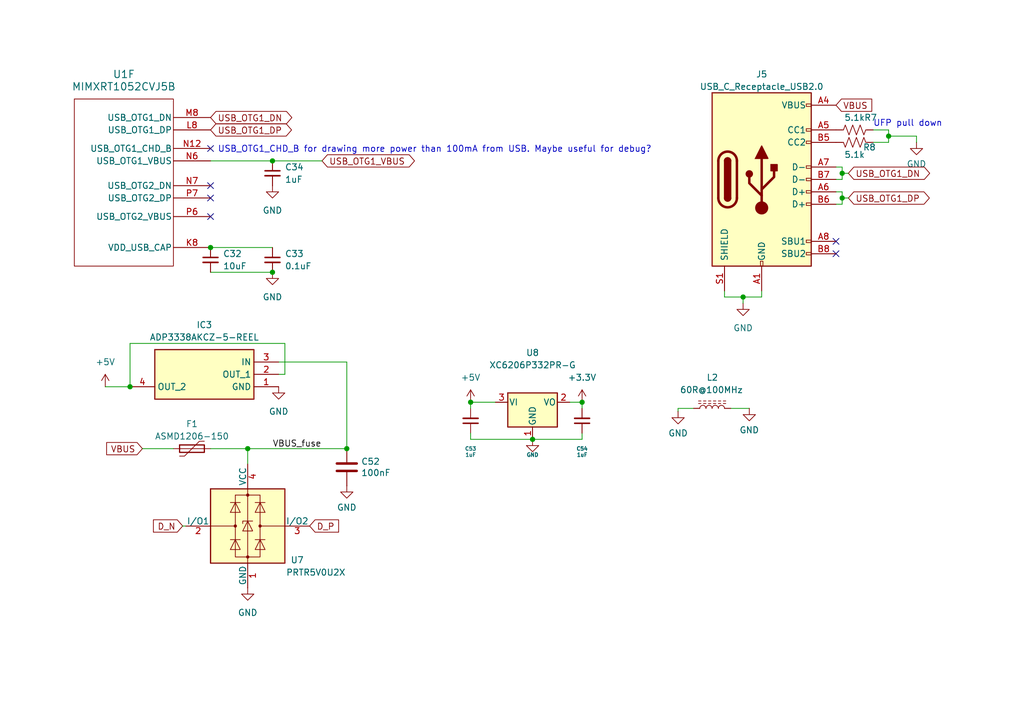
<source format=kicad_sch>
(kicad_sch (version 20231120) (generator "eeschema") (generator_version "8.0")
  (paper "A5")
  (title_block (title "RT1050 DevBoard for Project Horizon") (rev "v1") (company "Northeastern University") (comment 1 "Built by Madhav Kapa"))
  (lib_symbols
    (symbol "+5V_1" (power) (pin_numbers hide) (pin_names (offset 0) hide)
      (property "Value" "+5V" (at 0 3.556 0))
      (symbol "+5V_1_0_1"
        (polyline (pts (xy -0.762 1.27) (xy 0 2.54)))
        (polyline (pts (xy 0 0) (xy 0 2.54)))
        (polyline (pts (xy 0 2.54) (xy 0.762 1.27)))
      )
      (symbol "+5V_1_1_1"
        (pin power_in line (at 0 0 90) (length 0) (name "~") (number "1"))
      )
    )
    (symbol "Connector:USB_C_Receptacle_USB2.0" (pin_names (offset 1.016))
      (property "Reference" "J" (at -10.16 19.05 0))
      (property "Value" "USB_C_Receptacle_USB2.0" (at 19.05 19.05 0))
      (symbol "USB_C_Receptacle_USB2.0_0_0"
        (rectangle (start -0.254 -17.78) (end 0.254 -16.764))
        (rectangle (start 10.16 -14.986) (end 9.144 -15.494))
        (rectangle (start 10.16 -12.446) (end 9.144 -12.954))
        (rectangle (start 10.16 -4.826) (end 9.144 -5.334))
        (rectangle (start 10.16 -2.286) (end 9.144 -2.794))
        (rectangle (start 10.16 0.254) (end 9.144 -0.254))
        (rectangle (start 10.16 2.794) (end 9.144 2.286))
        (rectangle (start 10.16 7.874) (end 9.144 7.366))
        (rectangle (start 10.16 10.414) (end 9.144 9.906))
        (rectangle (start 10.16 15.494) (end 9.144 14.986))
      )
      (symbol "USB_C_Receptacle_USB2.0_0_1"
        (rectangle (start -10.16 17.78) (end 10.16 -17.78) (stroke (width 0.254)) (fill (type background)))
        (arc (start -8.89 -3.81) (mid -6.985 -5.7067) (end -5.08 -3.81) (stroke (width 0.508)))
        (arc (start -7.62 -3.81) (mid -6.985 -4.4423) (end -6.35 -3.81) (stroke (width 0.254)))
        (arc (start -7.62 -3.81) (mid -6.985 -4.4423) (end -6.35 -3.81) (stroke (width 0.254)) (fill (type outline)))
        (rectangle (start -7.62 -3.81) (end -6.35 3.81) (stroke (width 0.254)) (fill (type outline)))
        (arc (start -6.35 3.81) (mid -6.985 4.4423) (end -7.62 3.81) (stroke (width 0.254)))
        (arc (start -6.35 3.81) (mid -6.985 4.4423) (end -7.62 3.81) (stroke (width 0.254)) (fill (type outline)))
        (arc (start -5.08 3.81) (mid -6.985 5.7067) (end -8.89 3.81) (stroke (width 0.508)))
        (circle (center -2.54 1.143) (radius 0.635) (stroke (width 0.254)) (fill (type outline)))
        (circle (center 0 -5.842) (radius 1.27) (fill (type outline)))
        (polyline (pts (xy -8.89 -3.81) (xy -8.89 3.81)) (stroke (width 0.508)))
        (polyline (pts (xy -5.08 3.81) (xy -5.08 -3.81)) (stroke (width 0.508)))
        (polyline (pts (xy 0 -5.842) (xy 0 4.318)) (stroke (width 0.508)))
        (polyline (pts (xy 0 -3.302) (xy -2.54 -0.762) (xy -2.54 0.508)) (stroke (width 0.508)))
        (polyline (pts (xy 0 -2.032) (xy 2.54 0.508) (xy 2.54 1.778)) (stroke (width 0.508)))
        (polyline (pts (xy -1.27 4.318) (xy 0 6.858) (xy 1.27 4.318) (xy -1.27 4.318)) (stroke (width 0.254)) (fill (type outline)))
        (rectangle (start 1.905 1.778) (end 3.175 3.048) (stroke (width 0.254)) (fill (type outline)))
      )
      (symbol "USB_C_Receptacle_USB2.0_1_1"
        (pin passive line (at 0 -22.86 90) (length 5.08) (name "GND") (number "A1"))
        (pin passive line (at 0 -22.86 90) (length 5.08) hide (name "GND") (number "A12"))
        (pin passive line (at 15.24 15.24 180) (length 5.08) (name "VBUS") (number "A4"))
        (pin bidirectional line (at 15.24 10.16 180) (length 5.08) (name "CC1") (number "A5"))
        (pin bidirectional line (at 15.24 -2.54 180) (length 5.08) (name "D+") (number "A6"))
        (pin bidirectional line (at 15.24 2.54 180) (length 5.08) (name "D-") (number "A7"))
        (pin bidirectional line (at 15.24 -12.7 180) (length 5.08) (name "SBU1") (number "A8"))
        (pin passive line (at 15.24 15.24 180) (length 5.08) hide (name "VBUS") (number "A9"))
        (pin passive line (at 0 -22.86 90) (length 5.08) hide (name "GND") (number "B1"))
        (pin passive line (at 0 -22.86 90) (length 5.08) hide (name "GND") (number "B12"))
        (pin passive line (at 15.24 15.24 180) (length 5.08) hide (name "VBUS") (number "B4"))
        (pin bidirectional line (at 15.24 7.62 180) (length 5.08) (name "CC2") (number "B5"))
        (pin bidirectional line (at 15.24 -5.08 180) (length 5.08) (name "D+") (number "B6"))
        (pin bidirectional line (at 15.24 0 180) (length 5.08) (name "D-") (number "B7"))
        (pin bidirectional line (at 15.24 -15.24 180) (length 5.08) (name "SBU2") (number "B8"))
        (pin passive line (at 15.24 15.24 180) (length 5.08) hide (name "VBUS") (number "B9"))
        (pin passive line (at -7.62 -22.86 90) (length 5.08) (name "SHIELD") (number "S1"))
      )
    )
    (symbol "Device:C" (pin_numbers hide) (pin_names (offset 0.254))
      (property "Reference" "C" (at 0.635 2.54 0))
      (property "Value" "C" (at 0.635 -2.54 0))
      (symbol "C_0_1"
        (polyline (pts (xy -2.032 -0.762) (xy 2.032 -0.762)) (stroke (width 0.508)))
        (polyline (pts (xy -2.032 0.762) (xy 2.032 0.762)) (stroke (width 0.508)))
      )
      (symbol "C_1_1"
        (pin passive line (at 0 3.81 270) (length 2.794) (name "~") (number "1"))
        (pin passive line (at 0 -3.81 90) (length 2.794) (name "~") (number "2"))
      )
    )
    (symbol "Device:C_Small" (pin_numbers hide) (pin_names (offset 0.254) hide)
      (property "Reference" "C" (at 0.254 1.778 0))
      (property "Value" "C_Small" (at 0.254 -2.032 0))
      (symbol "C_Small_0_1"
        (polyline (pts (xy -1.524 -0.508) (xy 1.524 -0.508)) (stroke (width 0.3302)))
        (polyline (pts (xy -1.524 0.508) (xy 1.524 0.508)) (stroke (width 0.3048)))
      )
      (symbol "C_Small_1_1"
        (pin passive line (at 0 2.54 270) (length 2.032) (name "~") (number "1"))
        (pin passive line (at 0 -2.54 90) (length 2.032) (name "~") (number "2"))
      )
    )
    (symbol "Device:Polyfuse" (pin_numbers hide) (pin_names (offset 0))
      (property "Reference" "F" (at -2.54 0 90))
      (property "Value" "Polyfuse" (at 2.54 0 90))
      (symbol "Polyfuse_0_1"
        (rectangle (start -0.762 2.54) (end 0.762 -2.54) (stroke (width 0.254)))
        (polyline (pts (xy 0 2.54) (xy 0 -2.54)))
        (polyline (pts (xy -1.524 2.54) (xy -1.524 1.524) (xy 1.524 -1.524) (xy 1.524 -2.54)))
      )
      (symbol "Polyfuse_1_1"
        (pin passive line (at 0 3.81 270) (length 1.27) (name "~") (number "1"))
        (pin passive line (at 0 -3.81 90) (length 1.27) (name "~") (number "2"))
      )
    )
    (symbol "Device:R_US" (pin_numbers hide) (pin_names (offset 0))
      (property "Reference" "R" (at 2.54 0 90))
      (property "Value" "R_US" (at -2.54 0 90))
      (symbol "R_US_0_1"
        (polyline (pts (xy 0 -2.286) (xy 0 -2.54)))
        (polyline (pts (xy 0 2.286) (xy 0 2.54)))
        (polyline (pts (xy 0 -0.762) (xy 1.016 -1.143) (xy 0 -1.524) (xy -1.016 -1.905) (xy 0 -2.286)))
        (polyline (pts (xy 0 0.762) (xy 1.016 0.381) (xy 0 0) (xy -1.016 -0.381) (xy 0 -0.762)))
        (polyline (pts (xy 0 2.286) (xy 1.016 1.905) (xy 0 1.524) (xy -1.016 1.143) (xy 0 0.762)))
      )
      (symbol "R_US_1_1"
        (pin passive line (at 0 3.81 270) (length 1.27) (name "~") (number "1"))
        (pin passive line (at 0 -3.81 90) (length 1.27) (name "~") (number "2"))
      )
    )
    (symbol "MIMXRT1052CVJ5B:MIMXRT1052CVJ5B" (pin_names (offset 0.254))
      (property "Reference" "U" (at 38.1 10.16 0))
      (property "Value" "MIMXRT1052CVJ5B" (at 38.1 7.62 0))
      (symbol "MIMXRT1052CVJ5B_1_1"
        (rectangle (start 0 0) (end 21.59 -91.44))
        (pin bidirectional line (at 29.21 -33.02 180) (length 7.62) (name "GPIO_B0_11") (number "A10"))
        (pin bidirectional line (at 29.21 -49.53 180) (length 7.62) (name "GPIO_B1_00") (number "A11"))
        (pin bidirectional line (at 29.21 -69.85 180) (length 7.62) (name "GPIO_B1_08") (number "A12"))
        (pin bidirectional line (at 29.21 -72.39 180) (length 7.62) (name "GPIO_B1_09") (number "A13"))
        (pin bidirectional line (at 29.21 -20.32 180) (length 7.62) (name "GPIO_B0_06") (number "A8"))
        (pin bidirectional line (at 29.21 -22.86 180) (length 7.62) (name "GPIO_B0_07") (number "A9"))
        (pin bidirectional line (at 29.21 -52.07 180) (length 7.62) (name "GPIO_B1_01") (number "B11"))
        (pin bidirectional line (at 29.21 -67.31 180) (length 7.62) (name "GPIO_B1_07") (number "B12"))
        (pin bidirectional line (at 29.21 -74.93 180) (length 7.62) (name "GPIO_B1_10") (number "B13"))
        (pin bidirectional line (at 29.21 -87.63 180) (length 7.62) (name "GPIO_B1_15") (number "B14"))
        (pin bidirectional line (at 29.21 -17.78 180) (length 7.62) (name "GPIO_B0_05") (number "B8"))
        (pin bidirectional line (at 29.21 -25.4 180) (length 7.62) (name "GPIO_B0_08") (number "B9"))
        (pin bidirectional line (at 29.21 -35.56 180) (length 7.62) (name "GPIO_B0_12") (number "C10"))
        (pin bidirectional line (at 29.21 -54.61 180) (length 7.62) (name "GPIO_B1_02") (number "C11"))
        (pin bidirectional line (at 29.21 -64.77 180) (length 7.62) (name "GPIO_B1_06") (number "C12"))
        (pin bidirectional line (at 29.21 -77.47 180) (length 7.62) (name "GPIO_B1_11") (number "C13"))
        (pin bidirectional line (at 29.21 -85.09 180) (length 7.62) (name "GPIO_B1_14") (number "C14"))
        (pin bidirectional line (at 29.21 -15.24 180) (length 7.62) (name "GPIO_B0_04") (number "C8"))
        (pin bidirectional line (at 29.21 -27.94 180) (length 7.62) (name "GPIO_B0_09") (number "C9"))
        (pin bidirectional line (at 29.21 -38.1 180) (length 7.62) (name "GPIO_B0_13") (number "D10"))
        (pin bidirectional line (at 29.21 -57.15 180) (length 7.62) (name "GPIO_B1_03") (number "D11"))
        (pin bidirectional line (at 29.21 -62.23 180) (length 7.62) (name "GPIO_B1_05") (number "D12"))
        (pin bidirectional line (at 29.21 -80.01 180) (length 7.62) (name "GPIO_B1_12") (number "D13"))
        (pin bidirectional line (at 29.21 -82.55 180) (length 7.62) (name "GPIO_B1_13") (number "D14"))
        (pin bidirectional line (at 29.21 -5.08 180) (length 7.62) (name "GPIO_B0_00") (number "D7"))
        (pin bidirectional line (at 29.21 -12.7 180) (length 7.62) (name "GPIO_B0_03") (number "D8"))
        (pin bidirectional line (at 29.21 -30.48 180) (length 7.62) (name "GPIO_B0_10") (number "D9"))
        (pin bidirectional line (at 29.21 -40.64 180) (length 7.62) (name "GPIO_B0_14") (number "E10"))
        (pin bidirectional line (at 29.21 -43.18 180) (length 7.62) (name "GPIO_B0_15") (number "E11"))
        (pin bidirectional line (at 29.21 -59.69 180) (length 7.62) (name "GPIO_B1_04") (number "E12"))
        (pin bidirectional line (at 29.21 -7.62 180) (length 7.62) (name "GPIO_B0_01") (number "E7"))
        (pin bidirectional line (at 29.21 -10.16 180) (length 7.62) (name "GPIO_B0_02") (number "E8"))
      )
      (symbol "MIMXRT1052CVJ5B_2_1"
        (rectangle (start 0 -62.23) (end 36.83 0))
        (pin bidirectional line (at 44.45 -16.51 180) (length 7.62) (name "GPIO_SD_B0_04") (number "H2"))
        (pin bidirectional line (at 44.45 -11.43 180) (length 7.62) (name "GPIO_SD_B0_02") (number "J1"))
        (pin bidirectional line (at 44.45 -19.05 180) (length 7.62) (name "GPIO_SD_B0_05") (number "J2"))
        (pin bidirectional line (at 44.45 -8.89 180) (length 7.62) (name "GPIO_SD_B0_01") (number "J3"))
        (pin bidirectional line (at 44.45 -6.35 180) (length 7.62) (name "GPIO_SD_B0_00") (number "J4"))
        (pin power_in line (at -7.62 -6.35 0) (length 7.62) (name "NVCC_SD0") (number "J6"))
        (pin bidirectional line (at 44.45 -13.97 180) (length 7.62) (name "GPIO_SD_B0_03") (number "K1"))
        (pin power_in line (at -7.62 -27.94 0) (length 7.62) (name "NVCC_SD1") (number "K5"))
        (pin bidirectional line (at 44.45 -43.18 180) (length 7.62) (name "GPIO_SD_B1_06") (number "L3"))
        (pin bidirectional line (at 44.45 -45.72 180) (length 7.62) (name "GPIO_SD_B1_07") (number "L4"))
        (pin bidirectional line (at 44.45 -27.94 180) (length 7.62) (name "GPIO_SD_B1_00") (number "L5"))
        (pin bidirectional line (at 44.45 -33.02 180) (length 7.62) (name "GPIO_SD_B1_02") (number "M3"))
        (pin bidirectional line (at 44.45 -35.56 180) (length 7.62) (name "GPIO_SD_B1_03") (number "M4"))
        (pin bidirectional line (at 44.45 -30.48 180) (length 7.62) (name "GPIO_SD_B1_01") (number "M5"))
        (pin bidirectional line (at 44.45 -40.64 180) (length 7.62) (name "GPIO_SD_B1_05") (number "N3"))
        (pin bidirectional line (at 44.45 -50.8 180) (length 7.62) (name "GPIO_SD_B1_09") (number "N4"))
        (pin bidirectional line (at 44.45 -38.1 180) (length 7.62) (name "GPIO_SD_B1_04") (number "P2"))
        (pin bidirectional line (at 44.45 -48.26 180) (length 7.62) (name "GPIO_SD_B1_08") (number "P3"))
        (pin bidirectional line (at 44.45 -53.34 180) (length 7.62) (name "GPIO_SD_B1_10") (number "P4"))
        (pin bidirectional line (at 44.45 -55.88 180) (length 7.62) (name "GPIO_SD_B1_11") (number "P5"))
      )
      (symbol "MIMXRT1052CVJ5B_3_1"
        (rectangle (start 0 -50.8) (end 25.4 0))
        (pin power_in line (at 33.02 -48.26 180) (length 7.62) (name "VSS") (number "A1"))
        (pin power_in line (at 33.02 -40.64 180) (length 7.62) (name "VSS") (number "A14"))
        (pin power_in line (at 33.02 -43.18 180) (length 7.62) (name "VSS") (number "B10"))
        (pin power_in line (at 33.02 -2.54 180) (length 7.62) (name "VSS") (number "B5"))
        (pin power_in line (at 33.02 -12.7 180) (length 7.62) (name "VSS") (number "E13"))
        (pin power_in line (at 33.02 -25.4 180) (length 7.62) (name "VSS") (number "E2"))
        (pin power_in line (at 33.02 -7.62 180) (length 7.62) (name "VSS") (number "G7"))
        (pin power_in line (at 33.02 -10.16 180) (length 7.62) (name "VSS") (number "G8"))
        (pin power_in line (at 33.02 -15.24 180) (length 7.62) (name "VSS") (number "H7"))
        (pin power_in line (at 33.02 -17.78 180) (length 7.62) (name "VSS") (number "H8"))
        (pin power_in line (at 33.02 -20.32 180) (length 7.62) (name "VSS") (number "J7"))
        (pin power_in line (at 33.02 -22.86 180) (length 7.62) (name "VSS") (number "J8"))
        (pin power_in line (at 33.02 -35.56 180) (length 7.62) (name "VSS") (number "K13"))
        (pin power_in line (at 33.02 -27.94 180) (length 7.62) (name "VSS") (number "K2"))
        (pin power_in line (at -7.62 -2.54 0) (length 7.62) (name "NGND_KEL0") (number "K9"))
        (pin power_in line (at 33.02 -5.08 180) (length 7.62) (name "VSS") (number "L9"))
        (pin power_in line (at 33.02 -30.48 180) (length 7.62) (name "VSS") (number "N5"))
        (pin power_in line (at 33.02 -33.02 180) (length 7.62) (name "VSS") (number "N8"))
        (pin power_in line (at 33.02 -38.1 180) (length 7.62) (name "VSS") (number "P1"))
        (pin power_in line (at 33.02 -45.72 180) (length 7.62) (name "VSS") (number "P14"))
      )
      (symbol "MIMXRT1052CVJ5B_4_1"
        (rectangle (start 0 0) (end 25.4 -44.45))
        (pin unspecified line (at 33.02 -33.02 180) (length 7.62) (name "DCDC_SENSE") (number "J5"))
        (pin unspecified line (at 33.02 -35.56 180) (length 7.62) (name "DCDC_PSWITCH") (number "K3"))
        (pin input line (at 33.02 -29.21 180) (length 7.62) (name "DCDC_IN_Q") (number "K4"))
        (pin bidirectional line (at -7.62 -12.7 0) (length 7.62) (name "TEST_MODE") (number "K6"))
        (pin bidirectional line (at -7.62 -17.78 0) (length 7.62) (name "PMIC_ON_REQ") (number "K7"))
        (pin input line (at 33.02 -26.67 180) (length 7.62) (name "DCDC_IN") (number "L1"))
        (pin input line (at 33.02 -24.13 180) (length 7.62) (name "DCDC_IN") (number "L2"))
        (pin bidirectional line (at 33.02 -40.64 180) (length 7.62) (name "WAKEUP") (number "L6"))
        (pin bidirectional line (at -7.62 -20.32 0) (length 7.62) (name "PMIC_STBY_REQ") (number "L7"))
        (pin unspecified line (at 33.02 -21.59 180) (length 7.62) (name "DCDC_LP") (number "M1"))
        (pin unspecified line (at 33.02 -19.05 180) (length 7.62) (name "DCDC_LP") (number "M2"))
        (pin bidirectional line (at -7.62 -5.08 0) (length 7.62) (name "ONOFF") (number "M6"))
        (pin input line (at -7.62 -7.62 0) (length 7.62) (name "POR_B") (number "M7"))
        (pin power_in line (at -7.62 -38.1 0) (length 7.62) (name "DCDC_GND") (number "N1"))
        (pin bidirectional line (at -7.62 -34.29 0) (length 7.62) (name "GPANAIO") (number "N10"))
        (pin output line (at 33.02 -15.24 180) (length 7.62) (name "XTALO") (number "N11"))
        (pin bidirectional line (at 33.02 -7.62 180) (length 7.62) (name "CCM_CLK1_P") (number "N13"))
        (pin power_in line (at -7.62 -40.64 0) (length 7.62) (name "DCDC_GND") (number "N2"))
        (pin input line (at -7.62 -25.4 0) (length 7.62) (name "RTC_XTALI") (number "N9"))
        (pin input line (at 33.02 -12.7 180) (length 7.62) (name "XTALI") (number "P11"))
        (pin bidirectional line (at 33.02 -5.08 180) (length 7.62) (name "CCM_CLK1_N") (number "P13"))
        (pin output line (at -7.62 -27.94 0) (length 7.62) (name "RTC_XTALO") (number "P9"))
      )
      (symbol "MIMXRT1052CVJ5B_5_1"
        (rectangle (start 0 0) (end 31.75 -57.785))
        (pin power_in line (at 39.37 -26.67 180) (length 7.62) (name "VDD_SOC_IN") (number "F6"))
        (pin power_in line (at 39.37 -24.13 180) (length 7.62) (name "VDD_SOC_IN") (number "F7"))
        (pin power_in line (at 39.37 -21.59 180) (length 7.62) (name "VDD_SOC_IN") (number "F8"))
        (pin power_in line (at 39.37 -19.05 180) (length 7.62) (name "VDD_SOC_IN") (number "F9"))
        (pin power_in line (at 39.37 -16.51 180) (length 7.62) (name "VDD_SOC_IN") (number "G6"))
        (pin power_in line (at 39.37 -13.97 180) (length 7.62) (name "VDD_SOC_IN") (number "G9"))
        (pin power_in line (at 39.37 -11.43 180) (length 7.62) (name "VDD_SOC_IN") (number "H6"))
        (pin power_in line (at 39.37 -8.89 180) (length 7.62) (name "VDD_SOC_IN") (number "H9"))
        (pin power_in line (at 39.37 -6.35 180) (length 7.62) (name "VDD_SOC_IN") (number "J9"))
        (pin power_in line (at -7.62 -26.67 0) (length 7.62) (name "VDD_SNVS_CAP") (number "M10"))
        (pin power_in line (at -7.62 -45.72 0) (length 7.62) (name "VDD_SNVS_IN") (number "M9"))
        (pin power_in line (at -7.62 -15.24 0) (length 7.62) (name "VDDA_ADC_3P3") (number "N14"))
        (pin power_in line (at -7.62 -54.61 0) (length 7.62) (name "NVCC_PLL") (number "P10"))
        (pin power_in line (at -7.62 -36.83 0) (length 7.62) (name "VDD_HIGH_IN") (number "P12"))
        (pin power_in line (at -7.62 -3.81 0) (length 7.62) (name "VDD_HIGH_CAP") (number "P8"))
      )
      (symbol "MIMXRT1052CVJ5B_6_1"
        (rectangle (start 0 -34.29) (end 20.32 0))
        (pin power_in line (at 27.94 -30.48 180) (length 7.62) (name "VDD_USB_CAP") (number "K8"))
        (pin bidirectional line (at 27.94 -6.35 180) (length 7.62) (name "USB_OTG1_DP") (number "L8"))
        (pin bidirectional line (at 27.94 -3.81 180) (length 7.62) (name "USB_OTG1_DN") (number "M8"))
        (pin bidirectional line (at 27.94 -10.16 180) (length 7.62) (name "USB_OTG1_CHD_B") (number "N12"))
        (pin bidirectional line (at 27.94 -12.7 180) (length 7.62) (name "USB_OTG1_VBUS") (number "N6"))
        (pin bidirectional line (at 27.94 -17.78 180) (length 7.62) (name "USB_OTG2_DN") (number "N7"))
        (pin bidirectional line (at 27.94 -24.13 180) (length 7.62) (name "USB_OTG2_VBUS") (number "P6"))
        (pin bidirectional line (at 27.94 -20.32 180) (length 7.62) (name "USB_OTG2_DP") (number "P7"))
      )
      (symbol "MIMXRT1052CVJ5B_7_1"
        (rectangle (start 0 0) (end 38.1 -92.71))
        (pin bidirectional line (at -7.62 -19.05 0) (length 7.62) (name "GPIO_AD_B0_06") (number "E14"))
        (pin power_in line (at 45.72 -8.89 180) (length 7.62) (name "NVCC_GPIO") (number "E9"))
        (pin power_in line (at 45.72 -6.35 180) (length 7.62) (name "NVCC_GPIO") (number "F10"))
        (pin bidirectional line (at -7.62 -13.97 0) (length 7.62) (name "GPIO_AD_B0_04") (number "F11"))
        (pin bidirectional line (at -7.62 -21.59 0) (length 7.62) (name "GPIO_AD_B0_07") (number "F12"))
        (pin bidirectional line (at -7.62 -24.13 0) (length 7.62) (name "GPIO_AD_B0_08") (number "F13"))
        (pin bidirectional line (at -7.62 -26.67 0) (length 7.62) (name "GPIO_AD_B0_09") (number "F14"))
        (pin bidirectional line (at -7.62 -31.75 0) (length 7.62) (name "GPIO_AD_B0_11") (number "G10"))
        (pin bidirectional line (at -7.62 -11.43 0) (length 7.62) (name "GPIO_AD_B0_03") (number "G11"))
        (pin bidirectional line (at -7.62 -86.36 0) (length 7.62) (name "GPIO_AD_B1_14") (number "G12"))
        (pin bidirectional line (at -7.62 -29.21 0) (length 7.62) (name "GPIO_AD_B0_10") (number "G13"))
        (pin bidirectional line (at -7.62 -16.51 0) (length 7.62) (name "GPIO_AD_B0_05") (number "G14"))
        (pin bidirectional line (at -7.62 -6.35 0) (length 7.62) (name "GPIO_AD_B0_01") (number "H10"))
        (pin bidirectional line (at -7.62 -83.82 0) (length 7.62) (name "GPIO_AD_B1_13") (number "H11"))
        (pin bidirectional line (at -7.62 -81.28 0) (length 7.62) (name "GPIO_AD_B1_12") (number "H12"))
        (pin bidirectional line (at -7.62 -71.12 0) (length 7.62) (name "GPIO_AD_B1_08") (number "H13"))
        (pin bidirectional line (at -7.62 -39.37 0) (length 7.62) (name "GPIO_AD_B0_14") (number "H14"))
        (pin power_in line (at 45.72 -3.81 180) (length 7.62) (name "NVCC_GPIO") (number "J10"))
        (pin bidirectional line (at -7.62 -50.8 0) (length 7.62) (name "GPIO_AD_B1_00") (number "J11"))
        (pin bidirectional line (at -7.62 -66.04 0) (length 7.62) (name "GPIO_AD_B1_06") (number "J12"))
        (pin bidirectional line (at -7.62 -78.74 0) (length 7.62) (name "GPIO_AD_B1_11") (number "J13"))
        (pin bidirectional line (at -7.62 -88.9 0) (length 7.62) (name "GPIO_AD_B1_15") (number "J14"))
        (pin bidirectional line (at -7.62 -68.58 0) (length 7.62) (name "GPIO_AD_B1_07") (number "K10"))
        (pin bidirectional line (at -7.62 -53.34 0) (length 7.62) (name "GPIO_AD_B1_01") (number "K11"))
        (pin bidirectional line (at -7.62 -63.5 0) (length 7.62) (name "GPIO_AD_B1_05") (number "K12"))
        (pin bidirectional line (at -7.62 -34.29 0) (length 7.62) (name "GPIO_AD_B0_12") (number "K14"))
        (pin bidirectional line (at -7.62 -41.91 0) (length 7.62) (name "GPIO_AD_B0_15") (number "L10"))
        (pin bidirectional line (at -7.62 -55.88 0) (length 7.62) (name "GPIO_AD_B1_02") (number "L11"))
        (pin bidirectional line (at -7.62 -60.96 0) (length 7.62) (name "GPIO_AD_B1_04") (number "L12"))
        (pin bidirectional line (at -7.62 -76.2 0) (length 7.62) (name "GPIO_AD_B1_10") (number "L13"))
        (pin bidirectional line (at -7.62 -36.83 0) (length 7.62) (name "GPIO_AD_B0_13") (number "L14"))
        (pin bidirectional line (at -7.62 -8.89 0) (length 7.62) (name "GPIO_AD_B0_02") (number "M11"))
        (pin bidirectional line (at -7.62 -58.42 0) (length 7.62) (name "GPIO_AD_B1_03") (number "M12"))
        (pin bidirectional line (at -7.62 -73.66 0) (length 7.62) (name "GPIO_AD_B1_09") (number "M13"))
        (pin bidirectional line (at -7.62 -3.81 0) (length 7.62) (name "GPIO_AD_B0_00") (number "M14"))
      )
      (symbol "MIMXRT1052CVJ5B_8_1"
        (rectangle (start 0 0) (end 24.13 -111.76))
        (pin bidirectional line (at 31.75 -72.39 180) (length 7.62) (name "GPIO_EMC_27") (number "A2"))
        (pin bidirectional line (at 31.75 -54.61 180) (length 7.62) (name "GPIO_EMC_20") (number "A3"))
        (pin bidirectional line (at 31.75 -46.99 180) (length 7.62) (name "GPIO_EMC_17") (number "A4"))
        (pin bidirectional line (at 31.75 -44.45 180) (length 7.62) (name "GPIO_EMC_16") (number "A5"))
        (pin bidirectional line (at 31.75 -36.83 180) (length 7.62) (name "GPIO_EMC_13") (number "A6"))
        (pin bidirectional line (at 31.75 -105.41 180) (length 7.62) (name "GPIO_EMC_40") (number "A7"))
        (pin bidirectional line (at 31.75 -41.91 180) (length 7.62) (name "GPIO_EMC_15") (number "B1"))
        (pin bidirectional line (at 31.75 -49.53 180) (length 7.62) (name "GPIO_EMC_18") (number "B2"))
        (pin bidirectional line (at 31.75 -69.85 180) (length 7.62) (name "GPIO_EMC_26") (number "B3"))
        (pin bidirectional line (at 31.75 -52.07 180) (length 7.62) (name "GPIO_EMC_19") (number "B4"))
        (pin bidirectional line (at 31.75 -39.37 180) (length 7.62) (name "GPIO_EMC_14") (number "B6"))
        (pin bidirectional line (at 31.75 -102.87 180) (length 7.62) (name "GPIO_EMC_39") (number "B7"))
        (pin bidirectional line (at 31.75 -57.15 180) (length 7.62) (name "GPIO_EMC_21") (number "C1"))
        (pin bidirectional line (at 31.75 -26.67 180) (length 7.62) (name "GPIO_EMC_09") (number "C2"))
        (pin bidirectional line (at 31.75 -95.25 180) (length 7.62) (name "GPIO_EMC_36") (number "C3"))
        (pin bidirectional line (at 31.75 -87.63 180) (length 7.62) (name "GPIO_EMC_33") (number "C4"))
        (pin bidirectional line (at 31.75 -82.55 180) (length 7.62) (name "GPIO_EMC_31") (number "C5"))
        (pin bidirectional line (at 31.75 -80.01 180) (length 7.62) (name "GPIO_EMC_30") (number "C6"))
        (pin bidirectional line (at 31.75 -107.95 180) (length 7.62) (name "GPIO_EMC_41") (number "C7"))
        (pin bidirectional line (at 31.75 -74.93 180) (length 7.62) (name "GPIO_EMC_28") (number "D1"))
        (pin bidirectional line (at 31.75 -67.31 180) (length 7.62) (name "GPIO_EMC_25") (number "D2"))
        (pin bidirectional line (at 31.75 -64.77 180) (length 7.62) (name "GPIO_EMC_24") (number "D3"))
        (pin bidirectional line (at 31.75 -90.17 180) (length 7.62) (name "GPIO_EMC_34") (number "D4"))
        (pin bidirectional line (at 31.75 -85.09 180) (length 7.62) (name "GPIO_EMC_32") (number "D5"))
        (pin bidirectional line (at 31.75 -100.33 180) (length 7.62) (name "GPIO_EMC_38") (number "D6"))
        (pin bidirectional line (at 31.75 -77.47 180) (length 7.62) (name "GPIO_EMC_29") (number "E1"))
        (pin bidirectional line (at 31.75 -3.81 180) (length 7.62) (name "GPIO_EMC_00") (number "E3"))
        (pin bidirectional line (at 31.75 -97.79 180) (length 7.62) (name "GPIO_EMC_37") (number "E4"))
        (pin bidirectional line (at 31.75 -92.71 180) (length 7.62) (name "GPIO_EMC_35") (number "E5"))
        (pin power_in line (at -7.62 -3.81 0) (length 7.62) (name "NVCC_EMC") (number "E6"))
        (pin bidirectional line (at 31.75 -59.69 180) (length 7.62) (name "GPIO_EMC_22") (number "F1"))
        (pin bidirectional line (at 31.75 -13.97 180) (length 7.62) (name "GPIO_EMC_04") (number "F2"))
        (pin bidirectional line (at 31.75 -6.35 180) (length 7.62) (name "GPIO_EMC_01") (number "F3"))
        (pin bidirectional line (at 31.75 -8.89 180) (length 7.62) (name "GPIO_EMC_02") (number "F4"))
        (pin power_in line (at -7.62 -6.35 0) (length 7.62) (name "NVCC_EMC") (number "F5"))
        (pin bidirectional line (at 31.75 -29.21 180) (length 7.62) (name "GPIO_EMC_10") (number "G1"))
        (pin bidirectional line (at 31.75 -62.23 180) (length 7.62) (name "GPIO_EMC_23") (number "G2"))
        (pin bidirectional line (at 31.75 -31.75 180) (length 7.62) (name "GPIO_EMC_11") (number "G3"))
        (pin bidirectional line (at 31.75 -11.43 180) (length 7.62) (name "GPIO_EMC_03") (number "G4"))
        (pin bidirectional line (at 31.75 -16.51 180) (length 7.62) (name "GPIO_EMC_05") (number "G5"))
        (pin bidirectional line (at 31.75 -34.29 180) (length 7.62) (name "GPIO_EMC_12") (number "H1"))
        (pin bidirectional line (at 31.75 -24.13 180) (length 7.62) (name "GPIO_EMC_08") (number "H3"))
        (pin bidirectional line (at 31.75 -21.59 180) (length 7.62) (name "GPIO_EMC_07") (number "H4"))
        (pin bidirectional line (at 31.75 -19.05 180) (length 7.62) (name "GPIO_EMC_06") (number "H5"))
      )
    )
    (symbol "Power_Protection:PRTR5V0U2X" (pin_names (offset 0))
      (property "Reference" "D" (at 2.794 8.636 0))
      (property "Value" "PRTR5V0U2X" (at 8.128 -9.398 0))
      (symbol "PRTR5V0U2X_0_1"
        (rectangle (start -7.62 -7.62) (end 7.62 7.62) (stroke (width 0.254)) (fill (type background)))
        (circle (center -2.54 0) (radius 0.254) (fill (type outline)))
        (rectangle (start -2.54 6.35) (end 2.54 -6.35))
        (circle (center 0 -6.35) (radius 0.254) (fill (type outline)))
        (polyline (pts (xy -2.54 0) (xy -7.62 0)))
        (polyline (pts (xy -1.524 -2.794) (xy -3.556 -2.794)))
        (polyline (pts (xy -1.524 4.826) (xy -3.556 4.826)))
        (polyline (pts (xy 0 -7.62) (xy 0 7.62)))
        (polyline (pts (xy 1.524 -2.794) (xy 3.556 -2.794)))
        (polyline (pts (xy 1.524 4.826) (xy 3.556 4.826)))
        (polyline (pts (xy 2.54 0) (xy 7.62 0)))
        (polyline (pts (xy 1.016 1.016) (xy -1.016 1.016) (xy -1.016 0.508)))
        (polyline (pts (xy -3.556 -4.826) (xy -1.524 -4.826) (xy -2.54 -2.794) (xy -3.556 -4.826)))
        (polyline (pts (xy -3.556 2.794) (xy -1.524 2.794) (xy -2.54 4.826) (xy -3.556 2.794)))
        (polyline (pts (xy -1.016 -1.016) (xy 1.016 -1.016) (xy 0 1.016) (xy -1.016 -1.016)))
        (polyline (pts (xy 3.556 -4.826) (xy 1.524 -4.826) (xy 2.54 -2.794) (xy 3.556 -4.826)))
        (polyline (pts (xy 3.556 2.794) (xy 1.524 2.794) (xy 2.54 4.826) (xy 3.556 2.794)))
        (circle (center 0 6.35) (radius 0.254) (fill (type outline)))
        (circle (center 2.54 0) (radius 0.254) (fill (type outline)))
      )
      (symbol "PRTR5V0U2X_1_1"
        (pin passive line (at 0 -12.7 90) (length 5.08) (name "GND") (number "1"))
        (pin passive line (at -12.7 0 0) (length 5.08) (name "I/O1") (number "2"))
        (pin passive line (at 12.7 0 180) (length 5.08) (name "I/O2") (number "3"))
        (pin passive line (at 0 12.7 270) (length 5.08) (name "VCC") (number "4"))
      )
    )
    (symbol "SamacSys_Parts:ADP3338AKCZ-5-REEL"
      (property "Reference" "IC" (at 26.67 7.62 0))
      (property "Value" "ADP3338AKCZ-5-REEL" (at 26.67 5.08 0))
      (symbol "ADP3338AKCZ-5-REEL_1_1"
        (rectangle (start 5.08 2.54) (end 25.4 -7.62) (stroke (width 0.254)) (fill (type background)))
        (pin passive line (at 0 0 0) (length 5.08) (name "GND") (number "1"))
        (pin passive line (at 0 -2.54 0) (length 5.08) (name "OUT_1") (number "2"))
        (pin passive line (at 0 -5.08 0) (length 5.08) (name "IN") (number "3"))
        (pin passive line (at 30.48 0 180) (length 5.08) (name "OUT_2") (number "4"))
      )
    )
    (symbol "Unified-Daughterboard-rescue:L_Core_Ferrite-Device" (pin_numbers hide) (pin_names (offset 1.016) hide)
      (property "Reference" "L" (at -1.27 0 90))
      (property "Value" "Device_L_Core_Ferrite" (at 2.794 0 90))
      (symbol "L_Core_Ferrite-Device_0_1"
        (arc (start 0 -2.54) (mid 0.6323 -1.905) (end 0 -1.27))
        (arc (start 0 -1.27) (mid 0.6323 -0.635) (end 0 0))
        (polyline (pts (xy 1.016 -2.794) (xy 1.016 -2.286)))
        (polyline (pts (xy 1.016 -1.778) (xy 1.016 -1.27)))
        (polyline (pts (xy 1.016 -0.762) (xy 1.016 -0.254)))
        (polyline (pts (xy 1.016 0.254) (xy 1.016 0.762)))
        (polyline (pts (xy 1.016 1.27) (xy 1.016 1.778)))
        (polyline (pts (xy 1.016 2.286) (xy 1.016 2.794)))
        (polyline (pts (xy 1.524 -2.286) (xy 1.524 -2.794)))
        (polyline (pts (xy 1.524 -1.27) (xy 1.524 -1.778)))
        (polyline (pts (xy 1.524 -0.254) (xy 1.524 -0.762)))
        (polyline (pts (xy 1.524 0.762) (xy 1.524 0.254)))
        (polyline (pts (xy 1.524 1.778) (xy 1.524 1.27)))
        (polyline (pts (xy 1.524 2.794) (xy 1.524 2.286)))
        (arc (start 0 0) (mid 0.6323 0.635) (end 0 1.27))
        (arc (start 0 1.27) (mid 0.6323 1.905) (end 0 2.54))
      )
      (symbol "L_Core_Ferrite-Device_1_1"
        (pin passive line (at 0 3.81 270) (length 1.27) (name "1") (number "1"))
        (pin passive line (at 0 -3.81 90) (length 1.27) (name "2") (number "2"))
      )
    )
    (symbol "kicad-keyboard-parts:XC6206PxxxMR-Regulator_Linear" (pin_names (offset 0.254))
      (property "Reference" "U" (at -3.81 3.175 0))
      (property "Value" "XC6206PxxxMR-Regulator_Linear" (at 0 3.175 0))
      (property "LCSC" "C5446" (at 0 0 0))
      (symbol "XC6206PxxxMR-Regulator_Linear_0_1"
        (rectangle (start -5.08 1.905) (end 5.08 -5.08) (stroke (width 0.254)) (fill (type background)))
      )
      (symbol "XC6206PxxxMR-Regulator_Linear_1_1"
        (pin power_in line (at 0 -7.62 90) (length 2.54) (name "GND") (number "1"))
        (pin power_out line (at 7.62 0 180) (length 2.54) (name "VO") (number "2"))
        (pin power_in line (at -7.62 0 0) (length 2.54) (name "VI") (number "3"))
      )
    )
    (symbol "power:+3.3V" (power) (pin_numbers hide) (pin_names (offset 0) hide)
      (property "Value" "+3.3V" (at 0 3.556 0))
      (symbol "+3.3V_0_1"
        (polyline (pts (xy -0.762 1.27) (xy 0 2.54)))
        (polyline (pts (xy 0 0) (xy 0 2.54)))
        (polyline (pts (xy 0 2.54) (xy 0.762 1.27)))
      )
      (symbol "+3.3V_1_1"
        (pin power_in line (at 0 0 90) (length 0) (name "~") (number "1"))
      )
    )
    (symbol "power:+5V" (power) (pin_names (offset 0))
      (property "Value" "+5V" (at 0 3.556 0))
      (symbol "+5V_0_1"
        (polyline (pts (xy -0.762 1.27) (xy 0 2.54)))
        (polyline (pts (xy 0 0) (xy 0 2.54)))
        (polyline (pts (xy 0 2.54) (xy 0.762 1.27)))
      )
      (symbol "+5V_1_1"
        (pin power_in line (at 0 0 90) (length 0) hide (name "+5V") (number "1"))
      )
    )
    (symbol "power:GND" (power) (pin_numbers hide) (pin_names (offset 0) hide)
      (property "Value" "GND" (at 0 -3.81 0))
      (symbol "GND_0_1"
        (polyline (pts (xy 0 0) (xy 0 -1.27) (xy 1.27 -1.27) (xy 0 -2.54) (xy -1.27 -1.27) (xy 0 -1.27)))
      )
      (symbol "GND_1_1"
        (pin power_in line (at 0 0 270) (length 0) (name "~") (number "1"))
      )
    )
  )
  (junction (at 55.88 55.88))
  (junction (at 109.22 90.17) (diameter 0.9144))
  (junction (at 119.38 82.55))
  (junction (at 172.72 40.64))
  (junction (at 182.245 27.94))
  (junction (at 43.18 50.8))
  (junction (at 26.67 79.375))
  (junction (at 172.72 35.56))
  (junction (at 55.88 33.02))
  (junction (at 96.52 82.55) (diameter 0.9144))
  (junction (at 71.12 92.075))
  (junction (at 50.8 92.075))
  (junction (at 152.4 60.96))
  (no_connect (at 43.18 30.48))
  (no_connect (at 43.18 40.64))
  (no_connect (at 43.18 44.45))
  (no_connect (at 171.45 49.53))
  (no_connect (at 43.18 38.1))
  (no_connect (at 171.45 52.07))
  (wire (pts (xy 172.72 40.64) (xy 173.99 40.64)))
  (wire (pts (xy 119.38 88.9) (xy 119.38 90.17)))
  (wire (pts (xy 96.52 82.55) (xy 96.52 83.82)))
  (wire (pts (xy 43.18 33.02) (xy 55.88 33.02)))
  (wire (pts (xy 179.07 29.21) (xy 182.245 29.21)))
  (wire (pts (xy 43.18 50.8) (xy 55.88 50.8)))
  (wire (pts (xy 172.72 41.91) (xy 172.72 40.64)))
  (wire (pts (xy 71.12 74.295) (xy 71.12 92.075)))
  (wire (pts (xy 172.72 35.56) (xy 173.99 35.56)))
  (wire (pts (xy 139.065 83.82) (xy 142.24 83.82)))
  (wire (pts (xy 182.245 27.94) (xy 187.96 27.94)))
  (wire (pts (xy 109.22 90.17) (xy 119.38 90.17)))
  (wire (pts (xy 58.42 70.485) (xy 26.67 70.485)))
  (wire (pts (xy 171.45 34.29) (xy 172.72 34.29)))
  (wire (pts (xy 172.72 35.56) (xy 172.72 36.83)))
  (wire (pts (xy 96.52 88.9) (xy 96.52 90.17)))
  (wire (pts (xy 58.42 76.835) (xy 57.15 76.835)))
  (wire (pts (xy 21.59 79.375) (xy 26.67 79.375)))
  (wire (pts (xy 182.245 29.21) (xy 182.245 27.94)))
  (wire (pts (xy 187.96 27.94) (xy 187.96 29.21)))
  (wire (pts (xy 37.465 107.95) (xy 38.1 107.95)))
  (wire (pts (xy 50.8 92.075) (xy 71.12 92.075)))
  (wire (pts (xy 172.72 39.37) (xy 172.72 40.64)))
  (wire (pts (xy 119.38 82.55) (xy 119.38 83.82)))
  (wire (pts (xy 148.59 59.69) (xy 148.59 60.96)))
  (wire (pts (xy 109.22 90.17) (xy 96.52 90.17)))
  (wire (pts (xy 29.21 92.075) (xy 35.56 92.075)))
  (wire (pts (xy 171.45 41.91) (xy 172.72 41.91)))
  (wire (pts (xy 26.67 70.485) (xy 26.67 79.375)))
  (wire (pts (xy 43.18 55.88) (xy 55.88 55.88)))
  (wire (pts (xy 148.59 60.96) (xy 152.4 60.96)))
  (wire (pts (xy 55.88 33.02) (xy 66.04 33.02)))
  (wire (pts (xy 171.45 36.83) (xy 172.72 36.83)))
  (wire (pts (xy 50.8 92.075) (xy 50.8 95.25)))
  (wire (pts (xy 139.065 84.455) (xy 139.065 83.82)))
  (wire (pts (xy 179.07 26.67) (xy 182.245 26.67)))
  (wire (pts (xy 57.15 74.295) (xy 71.12 74.295)))
  (wire (pts (xy 116.84 82.55) (xy 119.38 82.55)))
  (wire (pts (xy 58.42 70.485) (xy 58.42 76.835)))
  (wire (pts (xy 153.67 83.82) (xy 149.86 83.82)))
  (wire (pts (xy 182.245 27.94) (xy 182.245 26.67)))
  (wire (pts (xy 96.52 82.55) (xy 101.6 82.55)))
  (wire (pts (xy 152.4 62.23) (xy 152.4 60.96)))
  (wire (pts (xy 171.45 39.37) (xy 172.72 39.37)))
  (wire (pts (xy 43.18 92.075) (xy 50.8 92.075)))
  (wire (pts (xy 152.4 60.96) (xy 156.21 60.96)))
  (wire (pts (xy 172.72 34.29) (xy 172.72 35.56)))
  (wire (pts (xy 156.21 60.96) (xy 156.21 59.69)))
  (text "USB_OTG1_CHD_B for drawing more power than 100mA from USB. Maybe useful for debug?" (at 89.154 30.734 0) (effects (font (size 1.27 1.27))))
  (text "UFP pull down" (at 179.07 26.162 0) (effects (font (size 1.27 1.27)) (justify left bottom)))
  (label "VBUS_fuse" (at 55.88 92.075 0))
  (global_label "USB_OTG1_DN" (shape bidirectional) (at 43.18 24.13 0) (property "Intersheetrefs" "${INTERSHEET_REFS}" (effects (hide yes))))
  (global_label "VBUS" (shape input) (at 171.45 21.59 0) (property "Intersheetrefs" "${INTERSHEET_REFS}" (effects (hide yes))))
  (global_label "USB_OTG1_DN" (shape bidirectional) (at 173.99 35.56 0) (property "Intersheetrefs" "${INTERSHEET_REFS}" (effects (hide yes))))
  (global_label "D_P" (shape input) (at 63.5 107.95 0) (property "Intersheetrefs" "${INTERSHEET_REFS}" (effects (hide yes))))
  (global_label "VBUS" (shape input) (at 29.21 92.075 180) (property "Intersheetrefs" "${INTERSHEET_REFS}" (effects (hide yes))))
  (global_label "USB_OTG1_DP" (shape bidirectional) (at 173.99 40.64 0) (property "Intersheetrefs" "${INTERSHEET_REFS}" (effects (hide yes))))
  (global_label "D_N" (shape input) (at 37.465 107.95 180) (property "Intersheetrefs" "${INTERSHEET_REFS}" (effects (hide yes))))
  (global_label "USB_OTG1_DP" (shape bidirectional) (at 43.18 26.67 0) (property "Intersheetrefs" "${INTERSHEET_REFS}" (effects (hide yes))))
  (global_label "USB_OTG1_VBUS" (shape bidirectional) (at 66.04 33.02 0) (property "Intersheetrefs" "${INTERSHEET_REFS}" (effects (hide yes))))
  (symbol (lib_id "Unified-Daughterboard-rescue:L_Core_Ferrite-Device") (at 146.05 83.82 90) (unit 1)
    (property "Reference" "L2" (at 147.32 77.47 90) (effects (justify left)))
    (property "Value" "60R@100MHz" (at 152.4 80.01 90) (effects (justify left)))
    (property "Footprint" "Inductor_SMD:L_1206_3216Metric" (effects (hide yes)))
    (property "Manufacturer" "MELED Industrial" (effects (hide yes)))
    (property "Manufacturer Part No" "MLB3216-600P4A(f)" (effects (hide yes)))
    (property "LCSC" "C33600" (effects (hide yes)))
    (property "Package" "L1206" (effects (hide yes)))
  )
  (symbol (lib_id "Device:C_Small") (at 96.52 86.36 180) (unit 1)
    (property "Reference" "C53" (at 96.52 92.075 0) (effects (font (size 0.762 0.762))))
    (property "Value" "1uF" (at 96.52 93.345 0) (effects (font (size 0.762 0.762))))
    (property "Footprint" "Capacitor_SMD:C_0402_1005Metric" (effects (hide yes)))
    (property "LCSC" "C52923" (effects (hide yes)))
  )
  (symbol (lib_id "Device:R_US") (at 175.26 26.67 270) (unit 1)
    (property "Reference" "R7" (at 178.562 24.13 90))
    (property "Value" "5.1k" (at 175.26 24.13 90))
    (property "Footprint" "Resistor_SMD:R_0402_1005Metric_Pad0.72x0.64mm_HandSolder" (effects (hide yes)))
    (property "Description" "Resistor, US symbol" (effects (hide yes)))
  )
  (symbol (lib_id "Device:C") (at 71.12 95.885 0) (unit 1)
    (property "Reference" "C52" (at 74.041 94.7166 0) (effects (justify left)))
    (property "Value" "100nF" (at 74.041 97.028 0) (effects (justify left)))
    (property "Footprint" "Capacitor_SMD:C_0402_1005Metric" (effects (hide yes)))
    (property "LCSC" "C307331" (effects (hide yes)))
  )
  (symbol (lib_id "power:GND") (at 55.88 38.1 0) (unit 1)
    (property "Reference" "#PWR019" (effects (hide yes)))
    (property "Value" "GND" (at 55.88 43.18 0))
    (property "Description" "Power symbol creates a global label with name \"GND\" , ground" (effects (hide yes)))
  )
  (symbol (lib_name "+5V_1") (lib_id "power:+5V") (at 21.59 79.375 0) (unit 1)
    (property "Reference" "#PWR056" (effects (hide yes)))
    (property "Value" "+5V" (at 21.59 74.295 0))
    (property "Description" "Power symbol creates a global label with name \"+5V\"" (effects (hide yes)))
  )
  (symbol (lib_id "power:GND") (at 152.4 62.23 0) (unit 1)
    (property "Reference" "#PWR055" (effects (hide yes)))
    (property "Value" "GND" (at 152.4 67.31 0))
  )
  (symbol (lib_id "Device:C_Small") (at 55.88 53.34 0) (unit 1)
    (property "Reference" "C33" (at 58.42 52.0762 0) (effects (justify left)))
    (property "Value" "0.1uF" (at 58.42 54.6162 0) (effects (justify left)))
    (property "Description" "Unpolarized capacitor, small symbol" (effects (hide yes)))
  )
  (symbol (lib_id "SamacSys_Parts:ADP3338AKCZ-5-REEL") (at 57.15 79.375 180) (unit 1)
    (property "Reference" "IC3" (at 41.91 66.675 0))
    (property "Value" "ADP3338AKCZ-5-REEL" (at 41.91 69.215 0))
    (property "Footprint" "SOT230P700X180-4N" (effects (hide yes)))
    (property "Datasheet" "https://www.analog.com/media/en/technical-documentation/data-sheets/ADP3338.pdf" (effects (hide yes)))
    (property "Description" "Linear Voltage Regulator IC Positive Fixed 1 Output 1A SOT-223-3" (effects (hide yes)))
    (property "Height" "1.8" (effects (hide yes)))
    (property "Mouser Part Number" "584-ADP3338AKCZ5-R" (effects (hide yes)))
    (property "Mouser Price/Stock" "https://www.mouser.co.uk/ProductDetail/Analog-Devices/ADP3338AKCZ-5-REEL?qs=WIvQP4zGanhim2Tr9nM7fw%3D%3D" (effects (hide yes)))
    (property "Manufacturer_Name" "Analog Devices" (effects (hide yes)))
    (property "Manufacturer_Part_Number" "ADP3338AKCZ-5-REEL" (effects (hide yes)))
  )
  (symbol (lib_id "power:GND") (at 109.22 90.17 0) (unit 1)
    (property "Reference" "#PWR064" (effects (hide yes)))
    (property "Value" "GND" (at 109.22 93.345 0) (effects (font (size 0.762 0.762))))
  )
  (symbol (lib_id "power:+5V") (at 96.52 82.55 0) (unit 1)
    (property "Reference" "#PWR063" (effects (hide yes)))
    (property "Value" "+5V" (at 96.52 77.47 0))
  )
  (symbol (lib_id "MIMXRT1052CVJ5B:MIMXRT1052CVJ5B") (at 15.24 20.32 0) (unit 6)
    (property "Reference" "U1" (at 25.4 15.24 0) (effects (font (size 1.524 1.524))))
    (property "Value" "MIMXRT1052CVJ5B" (at 25.4 17.78 0) (effects (font (size 1.524 1.524))))
    (property "Footprint" "MAPBGA196_12X12" (effects (hide yes)))
    (property "Datasheet" "MIMXRT1052CVJ5B" (effects (hide yes)))
  )
  (symbol (lib_id "Device:C_Small") (at 55.88 35.56 0) (unit 1)
    (property "Reference" "C34" (at 58.42 34.2962 0) (effects (justify left)))
    (property "Value" "1uF" (at 58.42 36.8362 0) (effects (justify left)))
    (property "Description" "Unpolarized capacitor, small symbol" (effects (hide yes)))
  )
  (symbol (lib_id "power:GND") (at 153.67 83.82 0) (unit 1)
    (property "Reference" "#PWR061" (effects (hide yes)))
    (property "Value" "GND" (at 153.67 88.265 0))
  )
  (symbol (lib_id "Device:C_Small") (at 43.18 53.34 0) (unit 1)
    (property "Reference" "C32" (at 45.72 52.0762 0) (effects (justify left)))
    (property "Value" "10uF" (at 45.72 54.6162 0) (effects (justify left)))
    (property "Description" "Unpolarized capacitor, small symbol" (effects (hide yes)))
  )
  (symbol (lib_id "power:GND") (at 71.12 99.695 0) (unit 1)
    (property "Reference" "#PWR062" (effects (hide yes)))
    (property "Value" "GND" (at 71.12 104.14 0))
  )
  (symbol (lib_id "power:GND") (at 139.065 84.455 0) (unit 1)
    (property "Reference" "#PWR058" (effects (hide yes)))
    (property "Value" "GND" (at 139.065 88.9 0))
  )
  (symbol (lib_id "power:GND") (at 57.15 79.375 0) (unit 1)
    (property "Reference" "#PWR060" (effects (hide yes)))
    (property "Value" "GND" (at 57.15 84.455 0))
    (property "Description" "Power symbol creates a global label with name \"GND\" , ground" (effects (hide yes)))
  )
  (symbol (lib_id "kicad-keyboard-parts:XC6206PxxxMR-Regulator_Linear") (at 109.22 82.55 0) (unit 1)
    (property "Reference" "U8" (at 109.22 72.39 0))
    (property "Value" "XC6206P332PR-G" (at 109.22 74.93 0))
    (property "Footprint" "Package_TO_SOT_SMD:SOT-23" (effects (hide yes)))
    (property "Datasheet" "https://www.torexsemi.com/file/xc6206/XC6206.pdf" (effects (hide yes)))
    (property "LCSC" "C5446" (effects (hide yes)))
  )
  (symbol (lib_id "Device:R_US") (at 175.26 29.21 270) (mirror x) (unit 1)
    (property "Reference" "R8" (at 178.308 30.226 90))
    (property "Value" "5.1k" (at 175.26 31.75 90))
    (property "Footprint" "Resistor_SMD:R_0402_1005Metric_Pad0.72x0.64mm_HandSolder" (effects (hide yes)))
    (property "Description" "Resistor, US symbol" (effects (hide yes)))
  )
  (symbol (lib_id "Device:C_Small") (at 119.38 86.36 180) (unit 1)
    (property "Reference" "C54" (at 119.38 92.075 0) (effects (font (size 0.762 0.762))))
    (property "Value" "1uF" (at 119.38 93.345 0) (effects (font (size 0.762 0.762))))
    (property "Footprint" "Capacitor_SMD:C_0402_1005Metric" (effects (hide yes)))
    (property "LCSC" "C52923" (effects (hide yes)))
  )
  (symbol (lib_id "power:GND") (at 187.96 29.21 0) (unit 1)
    (property "Reference" "#PWR057" (effects (hide yes)))
    (property "Value" "GND" (at 187.96 33.655 0))
  )
  (symbol (lib_id "power:GND") (at 55.88 55.88 0) (unit 1)
    (property "Reference" "#PWR018" (effects (hide yes)))
    (property "Value" "GND" (at 55.88 60.96 0))
    (property "Description" "Power symbol creates a global label with name \"GND\" , ground" (effects (hide yes)))
  )
  (symbol (lib_id "Connector:USB_C_Receptacle_USB2.0") (at 156.21 36.83 0) (unit 1)
    (property "Reference" "J5" (at 156.21 15.24 0))
    (property "Value" "USB_C_Receptacle_USB2.0" (at 156.21 17.78 0))
    (property "Footprint" "Connector_USB:USB_C_Receptacle_HRO_TYPE-C-31-M-12" (effects (hide yes)))
    (property "Datasheet" "https://www.usb.org/sites/default/files/documents/usb_type-c.zip" (effects (hide yes)))
    (property "JlcRotOffset" "180" (effects (hide yes)))
    (property "JlcPosOffset" "0,1.5" (effects (hide yes)))
  )
  (symbol (lib_id "power:+3.3V") (at 119.38 82.55 0) (unit 1)
    (property "Reference" "#PWR065" (effects (hide yes)))
    (property "Value" "+3.3V" (at 119.38 77.47 0))
    (property "Description" "Power symbol creates a global label with name \"+3.3V\"" (effects (hide yes)))
  )
  (symbol (lib_id "Power_Protection:PRTR5V0U2X") (at 50.8 107.95 0) (unit 1)
    (property "Reference" "U7" (at 60.96 114.935 0))
    (property "Value" "PRTR5V0U2X" (at 64.77 117.475 0))
    (property "Footprint" "Package_TO_SOT_SMD:SOT-143" (effects (hide yes)))
    (property "Datasheet" "https://assets.nexperia.com/documents/data-sheet/PRTR5V0U2X.pdf" (effects (hide yes)))
    (property "LCSC" "C2827688" (effects (hide yes)))
    (property "JlcRotOffset" "90" (effects (hide yes)))
  )
  (symbol (lib_id "Device:Polyfuse") (at 39.37 92.075 90) (unit 1)
    (property "Reference" "F1" (at 39.37 86.995 90))
    (property "Value" "ASMD1206-150" (at 39.37 89.535 90))
    (property "Footprint" "Fuse:Fuse_1206_3216Metric" (effects (hide yes)))
    (property "LCSC" "C135341" (effects (hide yes)))
  )
  (symbol (lib_id "power:GND") (at 50.8 120.65 0) (unit 1)
    (property "Reference" "#PWR059" (effects (hide yes)))
    (property "Value" "GND" (at 50.8 125.73 0))
    (property "Description" "Power symbol creates a global label with name \"GND\" , ground" (effects (hide yes)))
  )
)
</source>
